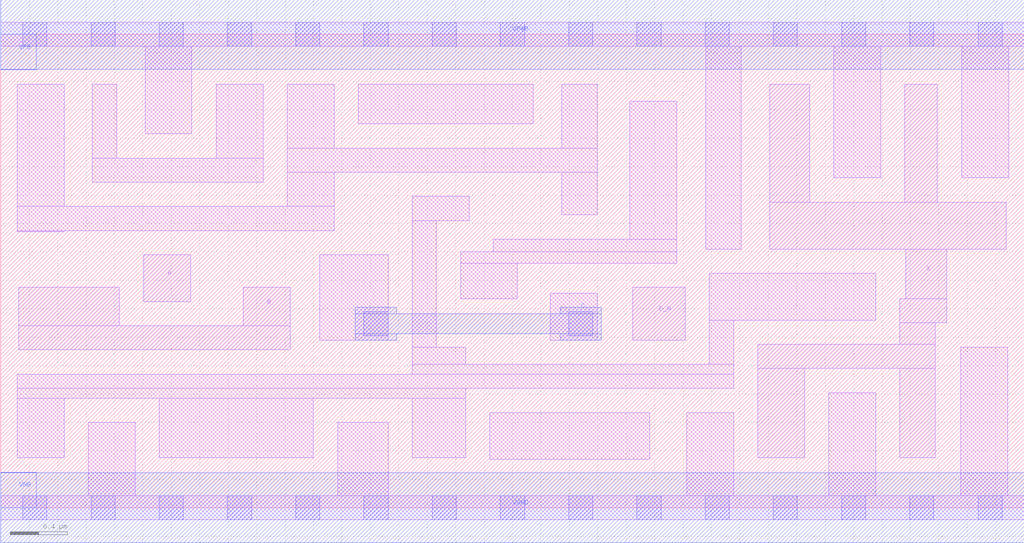
<source format=lef>
# Copyright 2020 The SkyWater PDK Authors
#
# Licensed under the Apache License, Version 2.0 (the "License");
# you may not use this file except in compliance with the License.
# You may obtain a copy of the License at
#
#     https://www.apache.org/licenses/LICENSE-2.0
#
# Unless required by applicable law or agreed to in writing, software
# distributed under the License is distributed on an "AS IS" BASIS,
# WITHOUT WARRANTIES OR CONDITIONS OF ANY KIND, either express or implied.
# See the License for the specific language governing permissions and
# limitations under the License.
#
# SPDX-License-Identifier: Apache-2.0

VERSION 5.5 ;
NAMESCASESENSITIVE ON ;
BUSBITCHARS "[]" ;
DIVIDERCHAR "/" ;
MACRO sky130_fd_sc_hs__or4b_4
  CLASS CORE ;
  SOURCE USER ;
  ORIGIN  0.000000  0.000000 ;
  SIZE  7.200000 BY  3.330000 ;
  SYMMETRY X Y ;
  SITE unit ;
  PIN A
    ANTENNAGATEAREA  0.411000 ;
    DIRECTION INPUT ;
    USE SIGNAL ;
    PORT
      LAYER li1 ;
        RECT 1.005000 1.450000 1.335000 1.780000 ;
    END
  END A
  PIN B
    ANTENNAGATEAREA  0.411000 ;
    DIRECTION INPUT ;
    USE SIGNAL ;
    PORT
      LAYER li1 ;
        RECT 0.125000 1.110000 2.035000 1.280000 ;
        RECT 0.125000 1.280000 0.835000 1.550000 ;
        RECT 1.705000 1.280000 2.035000 1.550000 ;
    END
  END B
  PIN C
    ANTENNAPARTIALMETALSIDEAREA  1.197000 ;
    DIRECTION INPUT ;
    USE SIGNAL ;
    PORT
      LAYER met1 ;
        RECT 2.495000 1.180000 2.785000 1.225000 ;
        RECT 2.495000 1.225000 4.225000 1.365000 ;
        RECT 2.495000 1.365000 2.785000 1.410000 ;
        RECT 3.935000 1.180000 4.225000 1.225000 ;
        RECT 3.935000 1.365000 4.225000 1.410000 ;
    END
  END C
  PIN D_N
    ANTENNAGATEAREA  0.246000 ;
    DIRECTION INPUT ;
    USE SIGNAL ;
    PORT
      LAYER li1 ;
        RECT 4.445000 1.180000 4.815000 1.550000 ;
    END
  END D_N
  PIN X
    ANTENNADIFFAREA  1.178900 ;
    DIRECTION OUTPUT ;
    USE SIGNAL ;
    PORT
      LAYER li1 ;
        RECT 5.325000 0.350000 5.655000 0.980000 ;
        RECT 5.325000 0.980000 6.575000 1.150000 ;
        RECT 5.410000 1.820000 7.075000 2.150000 ;
        RECT 5.410000 2.150000 5.690000 2.980000 ;
        RECT 6.325000 0.350000 6.575000 0.980000 ;
        RECT 6.325000 1.150000 6.575000 1.300000 ;
        RECT 6.325000 1.300000 6.655000 1.470000 ;
        RECT 6.360000 2.150000 6.590000 2.980000 ;
        RECT 6.365000 1.470000 6.655000 1.820000 ;
    END
  END X
  PIN VGND
    DIRECTION INOUT ;
    USE GROUND ;
    PORT
      LAYER met1 ;
        RECT 0.000000 -0.245000 7.200000 0.245000 ;
    END
  END VGND
  PIN VNB
    DIRECTION INOUT ;
    USE GROUND ;
    PORT
      LAYER met1 ;
        RECT 0.000000 0.000000 0.250000 0.250000 ;
    END
  END VNB
  PIN VPB
    DIRECTION INOUT ;
    USE POWER ;
    PORT
      LAYER met1 ;
        RECT 0.000000 3.080000 0.250000 3.330000 ;
    END
  END VPB
  PIN VPWR
    DIRECTION INOUT ;
    USE POWER ;
    PORT
      LAYER met1 ;
        RECT 0.000000 3.085000 7.200000 3.575000 ;
    END
  END VPWR
  OBS
    LAYER li1 ;
      RECT 0.000000 -0.085000 7.200000 0.085000 ;
      RECT 0.000000  3.245000 7.200000 3.415000 ;
      RECT 0.115000  0.350000 0.445000 0.770000 ;
      RECT 0.115000  0.770000 3.270000 0.840000 ;
      RECT 0.115000  0.840000 5.155000 0.940000 ;
      RECT 0.115000  1.940000 0.445000 1.950000 ;
      RECT 0.115000  1.950000 2.345000 2.120000 ;
      RECT 0.115000  2.120000 0.445000 2.980000 ;
      RECT 0.615000  0.085000 0.945000 0.600000 ;
      RECT 0.645000  2.290000 1.845000 2.460000 ;
      RECT 0.645000  2.460000 0.815000 2.980000 ;
      RECT 1.015000  2.630000 1.345000 3.245000 ;
      RECT 1.115000  0.350000 2.200000 0.770000 ;
      RECT 1.515000  2.460000 1.845000 2.980000 ;
      RECT 2.015000  2.120000 2.345000 2.360000 ;
      RECT 2.015000  2.360000 4.195000 2.530000 ;
      RECT 2.015000  2.530000 2.345000 2.980000 ;
      RECT 2.245000  1.180000 2.725000 1.780000 ;
      RECT 2.370000  0.085000 2.725000 0.600000 ;
      RECT 2.515000  2.700000 3.745000 2.980000 ;
      RECT 2.895000  0.350000 3.270000 0.770000 ;
      RECT 2.895000  0.940000 5.155000 1.010000 ;
      RECT 2.895000  1.010000 3.270000 1.130000 ;
      RECT 2.895000  1.130000 3.065000 2.020000 ;
      RECT 2.895000  2.020000 3.295000 2.190000 ;
      RECT 3.235000  1.470000 3.635000 1.720000 ;
      RECT 3.235000  1.720000 4.755000 1.800000 ;
      RECT 3.440000  0.340000 4.565000 0.670000 ;
      RECT 3.465000  1.800000 4.755000 1.890000 ;
      RECT 3.865000  1.180000 4.195000 1.510000 ;
      RECT 3.945000  2.060000 4.195000 2.360000 ;
      RECT 3.945000  2.530000 4.195000 2.980000 ;
      RECT 4.425000  1.890000 4.755000 2.860000 ;
      RECT 4.825000  0.085000 5.155000 0.670000 ;
      RECT 4.960000  1.820000 5.210000 3.245000 ;
      RECT 4.985000  1.010000 5.155000 1.320000 ;
      RECT 4.985000  1.320000 6.155000 1.650000 ;
      RECT 5.825000  0.085000 6.155000 0.810000 ;
      RECT 5.860000  2.320000 6.190000 3.245000 ;
      RECT 6.755000  0.085000 7.085000 1.130000 ;
      RECT 6.760000  2.320000 7.090000 3.245000 ;
    LAYER mcon ;
      RECT 0.155000 -0.085000 0.325000 0.085000 ;
      RECT 0.155000  3.245000 0.325000 3.415000 ;
      RECT 0.635000 -0.085000 0.805000 0.085000 ;
      RECT 0.635000  3.245000 0.805000 3.415000 ;
      RECT 1.115000 -0.085000 1.285000 0.085000 ;
      RECT 1.115000  3.245000 1.285000 3.415000 ;
      RECT 1.595000 -0.085000 1.765000 0.085000 ;
      RECT 1.595000  3.245000 1.765000 3.415000 ;
      RECT 2.075000 -0.085000 2.245000 0.085000 ;
      RECT 2.075000  3.245000 2.245000 3.415000 ;
      RECT 2.555000 -0.085000 2.725000 0.085000 ;
      RECT 2.555000  1.210000 2.725000 1.380000 ;
      RECT 2.555000  3.245000 2.725000 3.415000 ;
      RECT 3.035000 -0.085000 3.205000 0.085000 ;
      RECT 3.035000  3.245000 3.205000 3.415000 ;
      RECT 3.515000 -0.085000 3.685000 0.085000 ;
      RECT 3.515000  3.245000 3.685000 3.415000 ;
      RECT 3.995000 -0.085000 4.165000 0.085000 ;
      RECT 3.995000  1.210000 4.165000 1.380000 ;
      RECT 3.995000  3.245000 4.165000 3.415000 ;
      RECT 4.475000 -0.085000 4.645000 0.085000 ;
      RECT 4.475000  3.245000 4.645000 3.415000 ;
      RECT 4.955000 -0.085000 5.125000 0.085000 ;
      RECT 4.955000  3.245000 5.125000 3.415000 ;
      RECT 5.435000 -0.085000 5.605000 0.085000 ;
      RECT 5.435000  3.245000 5.605000 3.415000 ;
      RECT 5.915000 -0.085000 6.085000 0.085000 ;
      RECT 5.915000  3.245000 6.085000 3.415000 ;
      RECT 6.395000 -0.085000 6.565000 0.085000 ;
      RECT 6.395000  3.245000 6.565000 3.415000 ;
      RECT 6.875000 -0.085000 7.045000 0.085000 ;
      RECT 6.875000  3.245000 7.045000 3.415000 ;
  END
END sky130_fd_sc_hs__or4b_4

</source>
